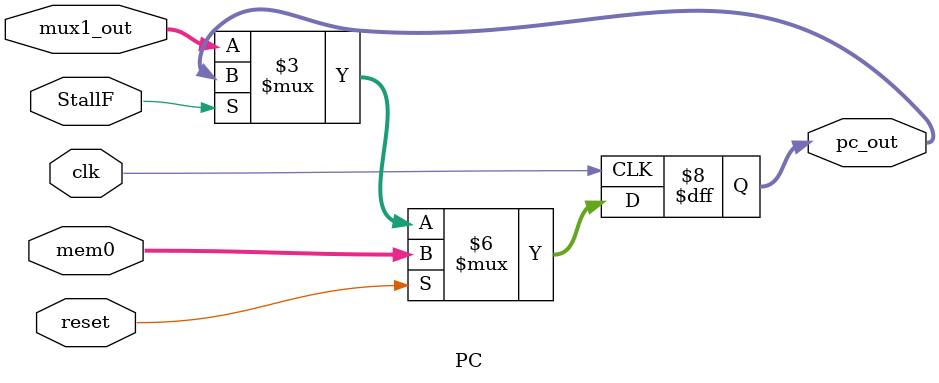
<source format=v>
module PC (
    input  wire        clk,       // clock signal
    input  wire        reset,     // synchronous reset signal (active high)
    input  wire        StallF,    // stall signal for fetch stage
    input  wire [7:0]  mux1_out,  // next PC value from MUX
    input  wire [7:0]  mem0,      // value of memory at address 0 (used for reset)
    output reg [7:0]   pc_out     // current PC value
);

    always @(posedge clk) begin
        if (reset) begin
            // On reset, set PC to the first memory address (M[0])
            pc_out <= mem0;
        end 
        else if(!StallF) begin
            // If no stall, update PC with the next value
            pc_out <= mux1_out;
        end 
        // If StallF is high, hold the current PC value
    end
endmodule

</source>
